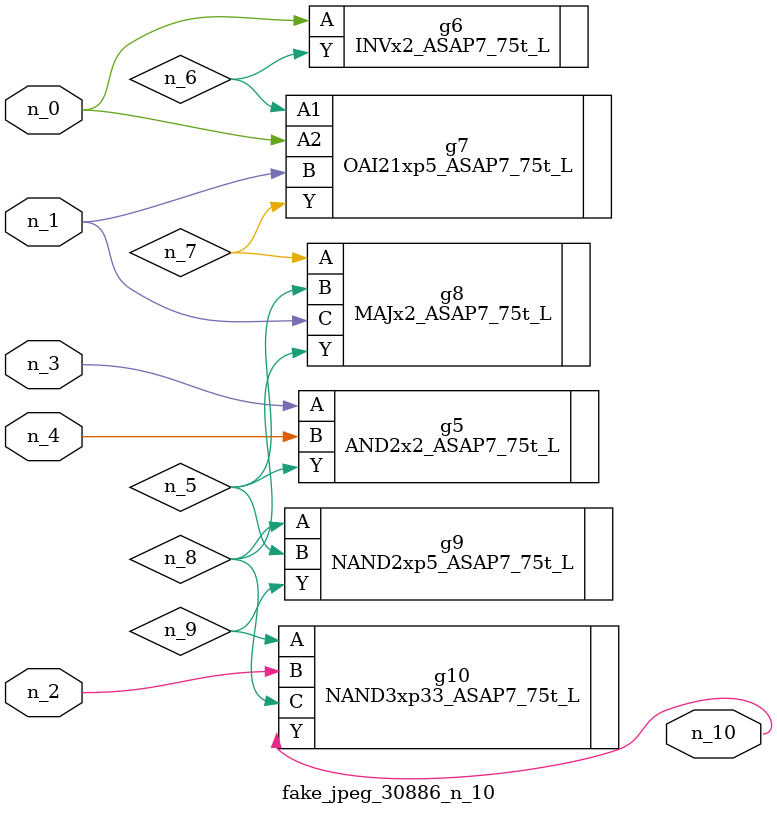
<source format=v>
module fake_jpeg_30886_n_10 (n_3, n_2, n_1, n_0, n_4, n_10);

input n_3;
input n_2;
input n_1;
input n_0;
input n_4;

output n_10;

wire n_8;
wire n_9;
wire n_6;
wire n_5;
wire n_7;

AND2x2_ASAP7_75t_L g5 ( 
.A(n_3),
.B(n_4),
.Y(n_5)
);

INVx2_ASAP7_75t_L g6 ( 
.A(n_0),
.Y(n_6)
);

OAI21xp5_ASAP7_75t_L g7 ( 
.A1(n_6),
.A2(n_0),
.B(n_1),
.Y(n_7)
);

MAJx2_ASAP7_75t_L g8 ( 
.A(n_7),
.B(n_5),
.C(n_1),
.Y(n_8)
);

NAND2xp5_ASAP7_75t_L g9 ( 
.A(n_8),
.B(n_5),
.Y(n_9)
);

NAND3xp33_ASAP7_75t_L g10 ( 
.A(n_9),
.B(n_2),
.C(n_8),
.Y(n_10)
);


endmodule
</source>
